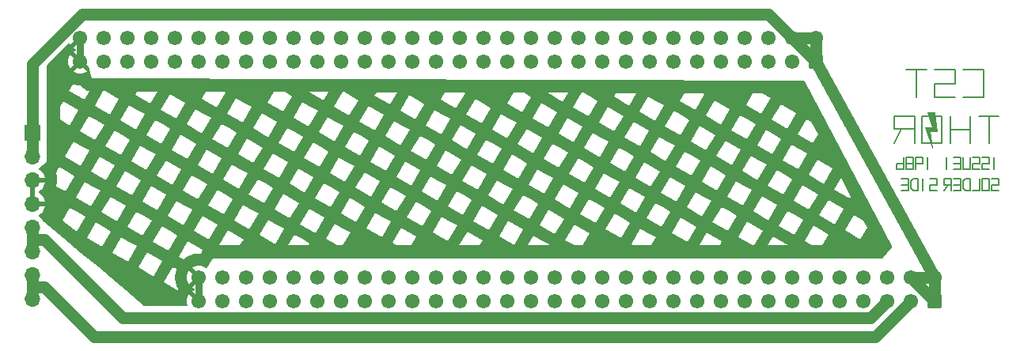
<source format=gbr>
%TF.GenerationSoftware,KiCad,Pcbnew,7.0.11+1*%
%TF.CreationDate,2024-05-02T20:53:06+02:00*%
%TF.ProjectId,Thor_20_backplane,54686f72-5f32-4305-9f62-61636b706c61,0.1*%
%TF.SameCoordinates,Original*%
%TF.FileFunction,Copper,L2,Bot*%
%TF.FilePolarity,Positive*%
%FSLAX46Y46*%
G04 Gerber Fmt 4.6, Leading zero omitted, Abs format (unit mm)*
G04 Created by KiCad (PCBNEW 7.0.11+1) date 2024-05-02 20:53:06*
%MOMM*%
%LPD*%
G01*
G04 APERTURE LIST*
G04 Aperture macros list*
%AMRoundRect*
0 Rectangle with rounded corners*
0 $1 Rounding radius*
0 $2 $3 $4 $5 $6 $7 $8 $9 X,Y pos of 4 corners*
0 Add a 4 corners polygon primitive as box body*
4,1,4,$2,$3,$4,$5,$6,$7,$8,$9,$2,$3,0*
0 Add four circle primitives for the rounded corners*
1,1,$1+$1,$2,$3*
1,1,$1+$1,$4,$5*
1,1,$1+$1,$6,$7*
1,1,$1+$1,$8,$9*
0 Add four rect primitives between the rounded corners*
20,1,$1+$1,$2,$3,$4,$5,0*
20,1,$1+$1,$4,$5,$6,$7,0*
20,1,$1+$1,$6,$7,$8,$9,0*
20,1,$1+$1,$8,$9,$2,$3,0*%
G04 Aperture macros list end*
%TA.AperFunction,NonConductor*%
%ADD10C,0.200000*%
%TD*%
%TA.AperFunction,NonConductor*%
%ADD11C,0.025400*%
%TD*%
%TA.AperFunction,NonConductor*%
%ADD12C,0.127000*%
%TD*%
%TA.AperFunction,ComponentPad*%
%ADD13RoundRect,0.249999X0.525001X-0.525001X0.525001X0.525001X-0.525001X0.525001X-0.525001X-0.525001X0*%
%TD*%
%TA.AperFunction,ComponentPad*%
%ADD14C,1.550000*%
%TD*%
%TA.AperFunction,ComponentPad*%
%ADD15R,1.700000X1.700000*%
%TD*%
%TA.AperFunction,ComponentPad*%
%ADD16O,1.700000X1.700000*%
%TD*%
%TA.AperFunction,Conductor*%
%ADD17C,1.270000*%
%TD*%
%TA.AperFunction,Conductor*%
%ADD18C,0.750000*%
%TD*%
G04 APERTURE END LIST*
D10*
X241014000Y-74041000D02*
X240252000Y-74041000D01*
X239363000Y-61722000D02*
X239363000Y-64643000D01*
X237458000Y-74676000D02*
X237204000Y-74422000D01*
X238982000Y-73406000D02*
X238982000Y-74676000D01*
X235426000Y-72390000D02*
X235426000Y-71120000D01*
X237458000Y-73406000D02*
X237966000Y-73406000D01*
X232378000Y-74676000D02*
X231870000Y-74676000D01*
X231362000Y-74676000D02*
X230600000Y-74676000D01*
X237966000Y-72390000D02*
X237204000Y-72390000D01*
X238982000Y-71120000D02*
X238982000Y-71755000D01*
X235934000Y-73406000D02*
X235934000Y-74676000D01*
X232886000Y-71120000D02*
X232886000Y-71755000D01*
X235172000Y-73406000D02*
X235172000Y-74041000D01*
X232759000Y-69596000D02*
X234918000Y-69596000D01*
X232187500Y-61722000D02*
X232187500Y-64643000D01*
X232886000Y-71755000D02*
X232124000Y-71755000D01*
X232759000Y-66675000D02*
X232759000Y-69596000D01*
X239998000Y-73406000D02*
X239998000Y-74676000D01*
X234918000Y-66675000D02*
X232759000Y-66675000D01*
X231997000Y-66675000D02*
X229838000Y-66675000D01*
X231108000Y-72390000D02*
X231108000Y-71120000D01*
X240252000Y-74676000D02*
X241014000Y-74676000D01*
X235553000Y-74041000D02*
X235172000Y-74676000D01*
X241014000Y-66675000D02*
X238855000Y-66675000D01*
X233267000Y-61722000D02*
X231108000Y-61722000D01*
X238220000Y-72390000D02*
X238982000Y-72390000D01*
X234918000Y-69596000D02*
X234918000Y-66675000D01*
X237204000Y-72390000D02*
X237204000Y-71120000D01*
X237204000Y-61722000D02*
X239363000Y-61722000D01*
X230600000Y-73406000D02*
X231362000Y-73406000D01*
X237966000Y-73406000D02*
X237966000Y-74676000D01*
X237966000Y-74676000D02*
X237458000Y-74676000D01*
X239236000Y-71755000D02*
X239236000Y-72390000D01*
X239236000Y-72390000D02*
X239998000Y-72390000D01*
X236950000Y-71120000D02*
X236950000Y-72390000D01*
X231997000Y-69596000D02*
X231997000Y-66675000D01*
X240252000Y-73406000D02*
X241014000Y-73406000D01*
X238220000Y-71755000D02*
X238220000Y-72390000D01*
D11*
X234410000Y-68260097D02*
X233648000Y-68260097D01*
X233902000Y-70038097D01*
X233140000Y-67879097D01*
X233902000Y-67879097D01*
X233394000Y-66228097D01*
X234156000Y-66228097D01*
X234410000Y-68260097D01*
%TA.AperFunction,NonConductor*%
G36*
X234410000Y-68260097D02*
G01*
X233648000Y-68260097D01*
X233902000Y-70038097D01*
X233140000Y-67879097D01*
X233902000Y-67879097D01*
X233394000Y-66228097D01*
X234156000Y-66228097D01*
X234410000Y-68260097D01*
G37*
%TD.AperFunction*%
D10*
X236950000Y-74041000D02*
X236188000Y-74041000D01*
X239934500Y-66675000D02*
X239934500Y-69596000D01*
X239998000Y-71755000D02*
X239236000Y-71755000D01*
X239236000Y-71120000D02*
X239998000Y-71120000D01*
X240252000Y-74041000D02*
X240252000Y-74676000D01*
X231870000Y-73406000D02*
X232378000Y-73406000D01*
X239236000Y-73406000D02*
X239998000Y-73406000D01*
X231362000Y-74041000D02*
X230600000Y-74041000D01*
X237204000Y-74422000D02*
X237204000Y-73660000D01*
X236950000Y-72390000D02*
X236188000Y-72390000D01*
X232124000Y-71120000D02*
X232886000Y-71120000D01*
X233648000Y-74041000D02*
X233648000Y-74676000D01*
X232378000Y-73406000D02*
X232378000Y-74676000D01*
X230092000Y-72390000D02*
X230092000Y-71755000D01*
X235807000Y-66675000D02*
X235807000Y-69596000D01*
X236315000Y-61722000D02*
X236315000Y-63246000D01*
X241014000Y-73406000D02*
X241014000Y-74041000D01*
X230854000Y-71120000D02*
X230854000Y-72390000D01*
X233648000Y-73406000D02*
X234410000Y-73406000D01*
X239998000Y-71120000D02*
X239998000Y-71755000D01*
X239998000Y-74676000D02*
X239236000Y-74676000D01*
X236950000Y-71755000D02*
X236188000Y-71755000D01*
X236950000Y-74676000D02*
X236188000Y-74676000D01*
X239236000Y-74676000D02*
X239236000Y-73406000D01*
X236950000Y-73406000D02*
X236950000Y-74676000D01*
X239363000Y-64643000D02*
X237204000Y-64643000D01*
X234410000Y-74041000D02*
X233648000Y-74041000D01*
X234156000Y-64643000D02*
X236315000Y-64643000D01*
X229838000Y-66675000D02*
X229838000Y-68072000D01*
X233648000Y-74676000D02*
X234410000Y-74676000D01*
X235934000Y-74041000D02*
X235172000Y-74041000D01*
X231362000Y-73406000D02*
X231362000Y-74676000D01*
X237204000Y-73660000D02*
X237458000Y-73406000D01*
X229838000Y-68072000D02*
X231997000Y-68072000D01*
X238982000Y-71755000D02*
X238220000Y-71755000D01*
X231870000Y-71755000D02*
X231108000Y-71755000D01*
X230854000Y-72390000D02*
X230092000Y-72390000D01*
X237966000Y-66675000D02*
X237966000Y-69596000D01*
X238220000Y-71120000D02*
X238982000Y-71120000D01*
X231870000Y-74676000D02*
X231616000Y-74422000D01*
D12*
X240506000Y-71120000D02*
X240506000Y-72390000D01*
D10*
X232886000Y-74676000D02*
X232886000Y-73406000D01*
X237966000Y-71120000D02*
X237966000Y-72390000D01*
X233394000Y-72390000D02*
X233394000Y-71120000D01*
X231108000Y-71120000D02*
X231870000Y-71120000D01*
X231870000Y-71120000D02*
X231870000Y-72390000D01*
X234410000Y-73406000D02*
X234410000Y-74041000D01*
X231616000Y-73660000D02*
X231870000Y-73406000D01*
X231616000Y-74422000D02*
X231616000Y-73660000D01*
X234156000Y-63246000D02*
X234156000Y-64643000D01*
X238982000Y-74676000D02*
X238220000Y-74676000D01*
X235172000Y-73406000D02*
X235934000Y-73406000D01*
X232124000Y-72390000D02*
X232124000Y-71120000D01*
X236188000Y-73406000D02*
X236950000Y-73406000D01*
X230092000Y-71755000D02*
X230854000Y-71755000D01*
X236188000Y-71120000D02*
X236950000Y-71120000D01*
X234156000Y-61722000D02*
X236315000Y-61722000D01*
X229838000Y-69596000D02*
X230600000Y-68072000D01*
X237966000Y-68135500D02*
X235807000Y-68135500D01*
X231870000Y-72390000D02*
X231108000Y-72390000D01*
X236315000Y-63246000D02*
X234156000Y-63246000D01*
D13*
%TO.P,J4,a1,GND*%
%TO.N,+9V*%
X221456000Y-60833000D03*
D14*
%TO.P,J4,a2,D3*%
%TO.N,unconnected-(J4-D3-Pada2)*%
X218916000Y-60833000D03*
%TO.P,J4,a3,D4*%
%TO.N,unconnected-(J4-D4-Pada3)*%
X216376000Y-60833000D03*
%TO.P,J4,a4,D5*%
%TO.N,/SP0*%
X213836000Y-60833000D03*
%TO.P,J4,a5,D6*%
%TO.N,/SP1*%
X211296000Y-60833000D03*
%TO.P,J4,a6,D7*%
%TO.N,/DSMC*%
X208756000Y-60833000D03*
%TO.P,J4,a7,A19*%
%TO.N,/SP2*%
X206216000Y-60833000D03*
%TO.P,J4,a8,A18*%
%TO.N,/DBG*%
X203676000Y-60833000D03*
%TO.P,J4,a9,A17*%
%TO.N,/A3*%
X201136000Y-60833000D03*
%TO.P,J4,a10,A16*%
%TO.N,/A4*%
X198596000Y-60833000D03*
%TO.P,J4,a11,CLKCPU*%
%TO.N,/A5*%
X196056000Y-60833000D03*
%TO.P,J4,a12,RED*%
%TO.N,/A6*%
X193516000Y-60833000D03*
%TO.P,J4,a13,A14*%
%TO.N,/A7*%
X190976000Y-60833000D03*
%TO.P,J4,a14,A13*%
%TO.N,/A8*%
X188436000Y-60833000D03*
%TO.P,J4,a15,A12*%
%TO.N,/A9*%
X185896000Y-60833000D03*
%TO.P,J4,a16,A11*%
%TO.N,/A10*%
X183356000Y-60833000D03*
%TO.P,J4,a17,A10*%
%TO.N,/A11*%
X180816000Y-60833000D03*
%TO.P,J4,a18,A9*%
%TO.N,/A12*%
X178276000Y-60833000D03*
%TO.P,J4,a19,A8*%
%TO.N,/A13*%
X175736000Y-60833000D03*
%TO.P,J4,a20,A7*%
%TO.N,/A14*%
X173196000Y-60833000D03*
%TO.P,J4,a21,A6*%
%TO.N,/RED*%
X170656000Y-60833000D03*
%TO.P,J4,a22,A5*%
%TO.N,/CLKCPU*%
X168116000Y-60833000D03*
%TO.P,J4,a23,A4*%
%TO.N,/A16*%
X165576000Y-60833000D03*
%TO.P,J4,a24,A3*%
%TO.N,/A17*%
X163036000Y-60833000D03*
%TO.P,J4,a25,~{DBG}*%
%TO.N,/A18*%
X160496000Y-60833000D03*
%TO.P,J4,a26,SP2*%
%TO.N,/A19*%
X157956000Y-60833000D03*
%TO.P,J4,a27,~{DSMC}*%
%TO.N,/D7*%
X155416000Y-60833000D03*
%TO.P,J4,a28,SP1*%
%TO.N,/D6*%
X152876000Y-60833000D03*
%TO.P,J4,a29,SP0*%
%TO.N,/D5*%
X150336000Y-60833000D03*
%TO.P,J4,a30,+12V*%
%TO.N,/D4*%
X147796000Y-60833000D03*
%TO.P,J4,a31,-12V*%
%TO.N,/D3*%
X145256000Y-60833000D03*
%TO.P,J4,a32,Vin*%
%TO.N,GND*%
X142716000Y-60833000D03*
%TO.P,J4,b1,GND*%
%TO.N,+9V*%
X221456000Y-58293000D03*
%TO.P,J4,b2,D2*%
X218916000Y-58293000D03*
%TO.P,J4,b3,D1*%
%TO.N,/EXTINT*%
X216376000Y-58293000D03*
%TO.P,J4,b4,D0*%
%TO.N,/IPL1*%
X213836000Y-58293000D03*
%TO.P,J4,b5,~{AS}*%
%TO.N,/BERR*%
X211296000Y-58293000D03*
%TO.P,J4,b6,~{DS}*%
%TO.N,/IPL0*%
X208756000Y-58293000D03*
%TO.P,J4,b7,~{DRW}*%
%TO.N,/SP3*%
X206216000Y-58293000D03*
%TO.P,J4,b8,~{DTACK}*%
%TO.N,/A2*%
X203676000Y-58293000D03*
%TO.P,J4,b9,~{BG}*%
%TO.N,/A1*%
X201136000Y-58293000D03*
%TO.P,J4,b10,~{BR}*%
%TO.N,/ROMOE*%
X198596000Y-58293000D03*
%TO.P,J4,b11,A15*%
%TO.N,/A0*%
X196056000Y-58293000D03*
%TO.P,J4,b12,~{RESETCPU}*%
%TO.N,/FC0*%
X193516000Y-58293000D03*
%TO.P,J4,b13,~{CSYNC}*%
%TO.N,/FC1*%
X190976000Y-58293000D03*
%TO.P,J4,b14,E*%
%TO.N,/FC2*%
X188436000Y-58293000D03*
%TO.P,J4,b15,VSYNCH*%
%TO.N,/BLUE*%
X185896000Y-58293000D03*
%TO.P,J4,b16,~{VPA}*%
%TO.N,/GREEN*%
X183356000Y-58293000D03*
%TO.P,J4,b17,GREEN*%
%TO.N,/VPA*%
X180816000Y-58293000D03*
%TO.P,J4,b18,BLUE*%
%TO.N,/VSYNC*%
X178276000Y-58293000D03*
%TO.P,J4,b19,FC2*%
%TO.N,/E*%
X175736000Y-58293000D03*
%TO.P,J4,b20,FC1*%
%TO.N,/CSYNC*%
X173196000Y-58293000D03*
%TO.P,J4,b21,FC0*%
%TO.N,/RESET*%
X170656000Y-58293000D03*
%TO.P,J4,b22,A0*%
%TO.N,/A15*%
X168116000Y-58293000D03*
%TO.P,J4,b23,ROMOEH*%
%TO.N,/BR*%
X165576000Y-58293000D03*
%TO.P,J4,b24,A1*%
%TO.N,/BG*%
X163036000Y-58293000D03*
%TO.P,J4,b25,A2*%
%TO.N,/DTACK*%
X160496000Y-58293000D03*
%TO.P,J4,b26,SP3*%
%TO.N,/RW*%
X157956000Y-58293000D03*
%TO.P,J4,b27,~{IPLO}*%
%TO.N,/DS*%
X155416000Y-58293000D03*
%TO.P,J4,b28,~{BERR}*%
%TO.N,/AS*%
X152876000Y-58293000D03*
%TO.P,J4,b29,~{IPL1}*%
%TO.N,/D0*%
X150336000Y-58293000D03*
%TO.P,J4,b30,~{EXTINT}*%
%TO.N,/D1*%
X147796000Y-58293000D03*
%TO.P,J4,b31,Vin*%
%TO.N,/D2*%
X145256000Y-58293000D03*
%TO.P,J4,b32,Vin*%
%TO.N,GND*%
X142716000Y-58293000D03*
%TD*%
D13*
%TO.P,J3,a1,GND*%
%TO.N,+9V*%
X234156000Y-86487000D03*
D14*
%TO.P,J3,a2,D3*%
%TO.N,-12V*%
X231616000Y-86487000D03*
%TO.P,J3,a3,D4*%
%TO.N,+12V*%
X229076000Y-86487000D03*
%TO.P,J3,a4,D5*%
%TO.N,/SP0*%
X226536000Y-86487000D03*
%TO.P,J3,a5,D6*%
%TO.N,/SP1*%
X223996000Y-86487000D03*
%TO.P,J3,a6,D7*%
%TO.N,/DSMC*%
X221456000Y-86487000D03*
%TO.P,J3,a7,A19*%
%TO.N,/SP2*%
X218916000Y-86487000D03*
%TO.P,J3,a8,A18*%
%TO.N,/DBG*%
X216376000Y-86487000D03*
%TO.P,J3,a9,A17*%
%TO.N,/A3*%
X213836000Y-86487000D03*
%TO.P,J3,a10,A16*%
%TO.N,/A4*%
X211296000Y-86487000D03*
%TO.P,J3,a11,CLKCPU*%
%TO.N,/A5*%
X208756000Y-86487000D03*
%TO.P,J3,a12,RED*%
%TO.N,/A6*%
X206216000Y-86487000D03*
%TO.P,J3,a13,A14*%
%TO.N,/A7*%
X203676000Y-86487000D03*
%TO.P,J3,a14,A13*%
%TO.N,/A8*%
X201136000Y-86487000D03*
%TO.P,J3,a15,A12*%
%TO.N,/A9*%
X198596000Y-86487000D03*
%TO.P,J3,a16,A11*%
%TO.N,/A10*%
X196056000Y-86487000D03*
%TO.P,J3,a17,A10*%
%TO.N,/A11*%
X193516000Y-86487000D03*
%TO.P,J3,a18,A9*%
%TO.N,/A12*%
X190976000Y-86487000D03*
%TO.P,J3,a19,A8*%
%TO.N,/A13*%
X188436000Y-86487000D03*
%TO.P,J3,a20,A7*%
%TO.N,/A14*%
X185896000Y-86487000D03*
%TO.P,J3,a21,A6*%
%TO.N,/RED*%
X183356000Y-86487000D03*
%TO.P,J3,a22,A5*%
%TO.N,/CLKCPU*%
X180816000Y-86487000D03*
%TO.P,J3,a23,A4*%
%TO.N,/A16*%
X178276000Y-86487000D03*
%TO.P,J3,a24,A3*%
%TO.N,/A17*%
X175736000Y-86487000D03*
%TO.P,J3,a25,~{DBG}*%
%TO.N,/A18*%
X173196000Y-86487000D03*
%TO.P,J3,a26,SP2*%
%TO.N,/A19*%
X170656000Y-86487000D03*
%TO.P,J3,a27,~{DSMC}*%
%TO.N,/D7*%
X168116000Y-86487000D03*
%TO.P,J3,a28,SP1*%
%TO.N,/D6*%
X165576000Y-86487000D03*
%TO.P,J3,a29,SP0*%
%TO.N,/D5*%
X163036000Y-86487000D03*
%TO.P,J3,a30,+12V*%
%TO.N,/D4*%
X160496000Y-86487000D03*
%TO.P,J3,a31,-12V*%
%TO.N,/D3*%
X157956000Y-86487000D03*
%TO.P,J3,a32,Vin*%
%TO.N,GND*%
X155416000Y-86487000D03*
%TO.P,J3,b1,GND*%
%TO.N,+9V*%
X234156000Y-83947000D03*
%TO.P,J3,b2,D2*%
X231616000Y-83947000D03*
%TO.P,J3,b3,D1*%
%TO.N,/EXTINT*%
X229076000Y-83947000D03*
%TO.P,J3,b4,D0*%
%TO.N,/IPL1*%
X226536000Y-83947000D03*
%TO.P,J3,b5,~{AS}*%
%TO.N,/BERR*%
X223996000Y-83947000D03*
%TO.P,J3,b6,~{DS}*%
%TO.N,/IPL0*%
X221456000Y-83947000D03*
%TO.P,J3,b7,~{DRW}*%
%TO.N,/SP3*%
X218916000Y-83947000D03*
%TO.P,J3,b8,~{DTACK}*%
%TO.N,/A2*%
X216376000Y-83947000D03*
%TO.P,J3,b9,~{BG}*%
%TO.N,/A1*%
X213836000Y-83947000D03*
%TO.P,J3,b10,~{BR}*%
%TO.N,/ROMOE*%
X211296000Y-83947000D03*
%TO.P,J3,b11,A15*%
%TO.N,/A0*%
X208756000Y-83947000D03*
%TO.P,J3,b12,~{RESETCPU}*%
%TO.N,/FC0*%
X206216000Y-83947000D03*
%TO.P,J3,b13,~{CSYNC}*%
%TO.N,/FC1*%
X203676000Y-83947000D03*
%TO.P,J3,b14,E*%
%TO.N,/FC2*%
X201136000Y-83947000D03*
%TO.P,J3,b15,VSYNCH*%
%TO.N,/BLUE*%
X198596000Y-83947000D03*
%TO.P,J3,b16,~{VPA}*%
%TO.N,/GREEN*%
X196056000Y-83947000D03*
%TO.P,J3,b17,GREEN*%
%TO.N,/VPA*%
X193516000Y-83947000D03*
%TO.P,J3,b18,BLUE*%
%TO.N,/VSYNC*%
X190976000Y-83947000D03*
%TO.P,J3,b19,FC2*%
%TO.N,/E*%
X188436000Y-83947000D03*
%TO.P,J3,b20,FC1*%
%TO.N,/CSYNC*%
X185896000Y-83947000D03*
%TO.P,J3,b21,FC0*%
%TO.N,/RESET*%
X183356000Y-83947000D03*
%TO.P,J3,b22,A0*%
%TO.N,/A15*%
X180816000Y-83947000D03*
%TO.P,J3,b23,ROMOEH*%
%TO.N,/BR*%
X178276000Y-83947000D03*
%TO.P,J3,b24,A1*%
%TO.N,/BG*%
X175736000Y-83947000D03*
%TO.P,J3,b25,A2*%
%TO.N,/DTACK*%
X173196000Y-83947000D03*
%TO.P,J3,b26,SP3*%
%TO.N,/RW*%
X170656000Y-83947000D03*
%TO.P,J3,b27,~{IPLO}*%
%TO.N,/DS*%
X168116000Y-83947000D03*
%TO.P,J3,b28,~{BERR}*%
%TO.N,/AS*%
X165576000Y-83947000D03*
%TO.P,J3,b29,~{IPL1}*%
%TO.N,/D0*%
X163036000Y-83947000D03*
%TO.P,J3,b30,~{EXTINT}*%
%TO.N,/D1*%
X160496000Y-83947000D03*
%TO.P,J3,b31,Vin*%
%TO.N,/D2*%
X157956000Y-83947000D03*
%TO.P,J3,b32,Vin*%
%TO.N,GND*%
X155416000Y-83947000D03*
%TD*%
D15*
%TO.P,P8,1,Pin_1*%
%TO.N,+9V*%
X137636000Y-68453000D03*
D16*
%TO.P,P8,2,Pin_2*%
X137636000Y-70993000D03*
%TO.P,P8,3,Pin_3*%
%TO.N,GND*%
X137636000Y-73533000D03*
%TO.P,P8,4,Pin_4*%
X137636000Y-76073000D03*
%TO.P,P8,5,Pin_5*%
%TO.N,+12V*%
X137636000Y-78613000D03*
%TO.P,P8,6,Pin_6*%
X137636000Y-81153000D03*
%TO.P,P8,7,Pin_7*%
%TO.N,-12V*%
X137636000Y-83693000D03*
%TO.P,P8,8,Pin_8*%
X137636000Y-86233000D03*
%TD*%
D17*
%TO.N,+9V*%
X137636000Y-70993000D02*
X137636000Y-61087000D01*
X142970000Y-55753000D02*
X216376000Y-55753000D01*
X137636000Y-61087000D02*
X142970000Y-55753000D01*
X234156000Y-86487000D02*
X234156000Y-83947000D01*
X221456000Y-60833000D02*
X234156000Y-83947000D01*
X218916000Y-58293000D02*
X221456000Y-58293000D01*
X231616000Y-83947000D02*
X234156000Y-83947000D01*
X231616000Y-83947000D02*
X234156000Y-86487000D01*
X221456000Y-60833000D02*
X221456000Y-58293000D01*
X216376000Y-55753000D02*
X218916000Y-58293000D01*
X221456000Y-60833000D02*
X218916000Y-58293000D01*
D18*
%TO.N,GND*%
X142716000Y-58247000D02*
X142716000Y-60787000D01*
X155416000Y-83947000D02*
X155416000Y-86487000D01*
D17*
%TO.N,+12V*%
X137636000Y-79883000D02*
X137636000Y-78613000D01*
X137636000Y-81153000D02*
X137636000Y-79883000D01*
X227298000Y-88265000D02*
X147288000Y-88265000D01*
X147288000Y-88265000D02*
X138906000Y-79883000D01*
X229076000Y-86487000D02*
X227298000Y-88265000D01*
X138906000Y-79883000D02*
X137636000Y-79883000D01*
%TO.N,-12V*%
X137636000Y-84963000D02*
X138906000Y-84963000D01*
X138906000Y-84963000D02*
X144240000Y-90297000D01*
X144240000Y-90297000D02*
X227806000Y-90297000D01*
X227806000Y-90297000D02*
X231616000Y-86487000D01*
X137636000Y-84963000D02*
X137636000Y-86233000D01*
X137636000Y-83693000D02*
X137636000Y-84963000D01*
%TD*%
%TA.AperFunction,Conductor*%
%TO.N,GND*%
G36*
X142256507Y-58502844D02*
G01*
X142334239Y-58623798D01*
X142442900Y-58717952D01*
X142573685Y-58777680D01*
X142583464Y-58779086D01*
X142008476Y-59354074D01*
X142008477Y-59354075D01*
X142076061Y-59401397D01*
X142181614Y-59450618D01*
X142234053Y-59496790D01*
X142253205Y-59563984D01*
X142232989Y-59630865D01*
X142181614Y-59675382D01*
X142076065Y-59724600D01*
X142008477Y-59771924D01*
X142583466Y-60346913D01*
X142573685Y-60348320D01*
X142442900Y-60408048D01*
X142334239Y-60502202D01*
X142256507Y-60623156D01*
X142232923Y-60703476D01*
X141654924Y-60125477D01*
X141607598Y-60193066D01*
X141513318Y-60395252D01*
X141513314Y-60395263D01*
X141455574Y-60610751D01*
X141455573Y-60610758D01*
X141436130Y-60832998D01*
X141436130Y-60833001D01*
X141455573Y-61055241D01*
X141455574Y-61055248D01*
X141513314Y-61270736D01*
X141513318Y-61270747D01*
X141607600Y-61472935D01*
X141607601Y-61472937D01*
X141654923Y-61540521D01*
X141654924Y-61540522D01*
X142232923Y-60962523D01*
X142256507Y-61042844D01*
X142334239Y-61163798D01*
X142442900Y-61257952D01*
X142573685Y-61317680D01*
X142583466Y-61319086D01*
X142008476Y-61894074D01*
X142008477Y-61894075D01*
X142076062Y-61941398D01*
X142076064Y-61941399D01*
X142278252Y-62035681D01*
X142278263Y-62035685D01*
X142493751Y-62093425D01*
X142493758Y-62093426D01*
X142715998Y-62112870D01*
X142716002Y-62112870D01*
X142938241Y-62093426D01*
X142938248Y-62093425D01*
X143153736Y-62035685D01*
X143153747Y-62035681D01*
X143355931Y-61941401D01*
X143355933Y-61941400D01*
X143423522Y-61894074D01*
X142848533Y-61319086D01*
X142858315Y-61317680D01*
X142989100Y-61257952D01*
X143097761Y-61163798D01*
X143175493Y-61042844D01*
X143199076Y-60962523D01*
X143616763Y-61380210D01*
X143712753Y-61700177D01*
X143712753Y-61700178D01*
X143712752Y-61700180D01*
X143985999Y-62610999D01*
X143986000Y-62611000D01*
X220111570Y-62864751D01*
X220178541Y-62884659D01*
X220220782Y-62930804D01*
X229545994Y-80573098D01*
X229559919Y-80641566D01*
X229534617Y-80706693D01*
X229533194Y-80708506D01*
X228605230Y-81868462D01*
X228547980Y-81908514D01*
X228508402Y-81915000D01*
X156940000Y-81915000D01*
X156356698Y-82887166D01*
X156305327Y-82934524D01*
X156236507Y-82946591D01*
X156179246Y-82924943D01*
X156055939Y-82838602D01*
X156055931Y-82838598D01*
X155853747Y-82744318D01*
X155853736Y-82744314D01*
X155638248Y-82686574D01*
X155638241Y-82686573D01*
X155416002Y-82667130D01*
X155415998Y-82667130D01*
X155193758Y-82686573D01*
X155193751Y-82686574D01*
X154978263Y-82744314D01*
X154978252Y-82744318D01*
X154776066Y-82838598D01*
X154708477Y-82885924D01*
X155283466Y-83460913D01*
X155273685Y-83462320D01*
X155142900Y-83522048D01*
X155034239Y-83616202D01*
X154956507Y-83737156D01*
X154932923Y-83817476D01*
X154354924Y-83239477D01*
X154307598Y-83307066D01*
X154213318Y-83509252D01*
X154213314Y-83509263D01*
X154155574Y-83724751D01*
X154155573Y-83724758D01*
X154136130Y-83946998D01*
X154136130Y-83947001D01*
X154155573Y-84169241D01*
X154155574Y-84169248D01*
X154213314Y-84384736D01*
X154213318Y-84384747D01*
X154307600Y-84586935D01*
X154307601Y-84586937D01*
X154354923Y-84654521D01*
X154354924Y-84654522D01*
X154932923Y-84076523D01*
X154956507Y-84156844D01*
X155034239Y-84277798D01*
X155142900Y-84371952D01*
X155273685Y-84431680D01*
X155283464Y-84433086D01*
X154708476Y-85008074D01*
X154708477Y-85008075D01*
X154776061Y-85055397D01*
X154881614Y-85104618D01*
X154934053Y-85150790D01*
X154953205Y-85217984D01*
X154932989Y-85284865D01*
X154881614Y-85329382D01*
X154776065Y-85378600D01*
X154708477Y-85425924D01*
X155283466Y-86000913D01*
X155273685Y-86002320D01*
X155142900Y-86062048D01*
X155034239Y-86156202D01*
X154956507Y-86277156D01*
X154932923Y-86357476D01*
X154354924Y-85779477D01*
X154307598Y-85847066D01*
X154213318Y-86049252D01*
X154213314Y-86049263D01*
X154155574Y-86264751D01*
X154155573Y-86264758D01*
X154136130Y-86486998D01*
X154136130Y-86487001D01*
X154155573Y-86709241D01*
X154155575Y-86709252D01*
X154190316Y-86838907D01*
X154188653Y-86908757D01*
X154149490Y-86966619D01*
X154085262Y-86994123D01*
X154070541Y-86995000D01*
X149619169Y-86995000D01*
X149552130Y-86975315D01*
X149539413Y-86965947D01*
X148937859Y-86460642D01*
X147594182Y-85331953D01*
X146577267Y-84477744D01*
X151669183Y-84477744D01*
X153148717Y-85331953D01*
X153170093Y-85286114D01*
X153172486Y-85281261D01*
X153193036Y-85241785D01*
X153195637Y-85237044D01*
X153207208Y-85217000D01*
X153195617Y-85196921D01*
X153193018Y-85192182D01*
X153172480Y-85152727D01*
X153170088Y-85147876D01*
X153052429Y-84895553D01*
X153050252Y-84890606D01*
X153033227Y-84849508D01*
X153031266Y-84844466D01*
X153012336Y-84792463D01*
X153010596Y-84787338D01*
X152997202Y-84744861D01*
X152995687Y-84739665D01*
X152923617Y-84470699D01*
X152922331Y-84465443D01*
X152912695Y-84421977D01*
X152911639Y-84416667D01*
X152902031Y-84362167D01*
X152901209Y-84356824D01*
X152895400Y-84312700D01*
X152894811Y-84307322D01*
X152870544Y-84029949D01*
X152870190Y-84024552D01*
X152868248Y-83980081D01*
X152868130Y-83974671D01*
X152868130Y-83919329D01*
X152868248Y-83913919D01*
X152870190Y-83869448D01*
X152870544Y-83864051D01*
X152894811Y-83586678D01*
X152895400Y-83581300D01*
X152901209Y-83537176D01*
X152902031Y-83531833D01*
X152911639Y-83477333D01*
X152912695Y-83472023D01*
X152922331Y-83428557D01*
X152923617Y-83423301D01*
X152995687Y-83154335D01*
X152997202Y-83149139D01*
X153010596Y-83106662D01*
X153012336Y-83101537D01*
X153027477Y-83059941D01*
X152622684Y-82826233D01*
X151669183Y-84477744D01*
X146577267Y-84477744D01*
X144687386Y-82890244D01*
X148919552Y-82890244D01*
X150571063Y-83843745D01*
X151524564Y-82192234D01*
X150720683Y-81728113D01*
X153256683Y-81728113D01*
X153747380Y-82011417D01*
X153748595Y-82010092D01*
X154071454Y-81784032D01*
X154075954Y-81781026D01*
X154113497Y-81757110D01*
X154118121Y-81754304D01*
X154166044Y-81726637D01*
X154170785Y-81724036D01*
X154210261Y-81703486D01*
X154215114Y-81701093D01*
X154467447Y-81583429D01*
X154472394Y-81581252D01*
X154513492Y-81564227D01*
X154518534Y-81562266D01*
X154570537Y-81543336D01*
X154575662Y-81541596D01*
X154618139Y-81528202D01*
X154623335Y-81526687D01*
X154892301Y-81454617D01*
X154897557Y-81453331D01*
X154941023Y-81443695D01*
X154946333Y-81442639D01*
X155000833Y-81433031D01*
X155006176Y-81432209D01*
X155050300Y-81426400D01*
X155055678Y-81425811D01*
X155333051Y-81401544D01*
X155338448Y-81401190D01*
X155382919Y-81399248D01*
X155388329Y-81399130D01*
X155443671Y-81399130D01*
X155449081Y-81399248D01*
X155493552Y-81401190D01*
X155498949Y-81401544D01*
X155616247Y-81411805D01*
X155849494Y-81023059D01*
X154979902Y-80521000D01*
X157619786Y-80521000D01*
X159821801Y-80521000D01*
X164952134Y-80521000D01*
X167154149Y-80521000D01*
X167285587Y-80293342D01*
X166481706Y-79829221D01*
X169017706Y-79829221D01*
X170215901Y-80521000D01*
X170820322Y-80521000D01*
X170974133Y-80254591D01*
X176104467Y-80254591D01*
X176565900Y-80521000D01*
X178152672Y-80521000D01*
X183283005Y-80521000D01*
X185485020Y-80521000D01*
X190615354Y-80521000D01*
X192817368Y-80521000D01*
X192883000Y-80407320D01*
X192079120Y-79943199D01*
X194615120Y-79943199D01*
X195615900Y-80521000D01*
X196483543Y-80521000D01*
X196571550Y-80368568D01*
X201701882Y-80368568D01*
X201965901Y-80521000D01*
X203815890Y-80521000D01*
X208946224Y-80521000D01*
X211148240Y-80521000D01*
X211393655Y-80095928D01*
X210589774Y-79631807D01*
X213125774Y-79631807D01*
X214665900Y-80521000D01*
X214814413Y-80521000D01*
X216278573Y-80521000D01*
X218479901Y-80521000D01*
X217676535Y-80057176D01*
X220212535Y-80057176D01*
X221015901Y-80521000D01*
X222146762Y-80521000D01*
X222817547Y-79359166D01*
X222013668Y-78895046D01*
X224549666Y-78895046D01*
X226201176Y-79848546D01*
X226924265Y-78596119D01*
X226519476Y-77830302D01*
X225503167Y-77243535D01*
X224549666Y-78895046D01*
X222013668Y-78895046D01*
X221166036Y-78405665D01*
X220212535Y-80057176D01*
X217676535Y-80057176D01*
X216828905Y-79567796D01*
X216278573Y-80521000D01*
X214814413Y-80521000D01*
X215730785Y-78933797D01*
X214926905Y-78469676D01*
X217462904Y-78469676D01*
X219114415Y-79423177D01*
X220067916Y-77771666D01*
X219264037Y-77307546D01*
X221800035Y-77307546D01*
X223451546Y-78261047D01*
X224405047Y-76609536D01*
X222753536Y-75656035D01*
X221800035Y-77307546D01*
X219264037Y-77307546D01*
X218416405Y-76818165D01*
X217462904Y-78469676D01*
X214926905Y-78469676D01*
X214079275Y-77980296D01*
X213125774Y-79631807D01*
X210589774Y-79631807D01*
X209742144Y-79142427D01*
X208946224Y-80521000D01*
X203815890Y-80521000D01*
X204306893Y-79670558D01*
X203503013Y-79206437D01*
X206039012Y-79206437D01*
X207690523Y-80159938D01*
X208644024Y-78508428D01*
X207840143Y-78044307D01*
X210376143Y-78044307D01*
X212027654Y-78997808D01*
X212981155Y-77346297D01*
X212177274Y-76882176D01*
X214713274Y-76882176D01*
X216364784Y-77835677D01*
X217318285Y-76184166D01*
X216514407Y-75720046D01*
X219050404Y-75720046D01*
X220701915Y-76673547D01*
X221655416Y-75022036D01*
X220851535Y-74557915D01*
X223387535Y-74557915D01*
X225039046Y-75511415D01*
X225172030Y-75281080D01*
X224119585Y-73289966D01*
X223387535Y-74557915D01*
X220851535Y-74557915D01*
X220003905Y-74068535D01*
X219050404Y-75720046D01*
X216514407Y-75720046D01*
X215666775Y-75230665D01*
X214713274Y-76882176D01*
X212177274Y-76882176D01*
X211329644Y-76392796D01*
X210376143Y-78044307D01*
X207840143Y-78044307D01*
X206992513Y-77554927D01*
X206039012Y-79206437D01*
X203503013Y-79206437D01*
X202655383Y-78717057D01*
X201701882Y-80368568D01*
X196571550Y-80368568D01*
X197220132Y-79245189D01*
X196416251Y-78781068D01*
X198952251Y-78781068D01*
X200603762Y-79734569D01*
X201557263Y-78083058D01*
X200753382Y-77618937D01*
X203289382Y-77618937D01*
X204940892Y-78572438D01*
X205894393Y-76920928D01*
X205090513Y-76456807D01*
X207626512Y-76456807D01*
X209278023Y-77410308D01*
X210231524Y-75758797D01*
X209427643Y-75294676D01*
X211963643Y-75294676D01*
X213615154Y-76248177D01*
X214568655Y-74596666D01*
X213764776Y-74132546D01*
X216300774Y-74132546D01*
X217952284Y-75086047D01*
X218905785Y-73434536D01*
X218101905Y-72970415D01*
X220637904Y-72970415D01*
X222289415Y-73923916D01*
X223242916Y-72272405D01*
X221591405Y-71318904D01*
X220637904Y-72970415D01*
X218101905Y-72970415D01*
X217254275Y-72481035D01*
X216300774Y-74132546D01*
X213764776Y-74132546D01*
X212917144Y-73643165D01*
X211963643Y-75294676D01*
X209427643Y-75294676D01*
X208580013Y-74805296D01*
X207626512Y-76456807D01*
X205090513Y-76456807D01*
X204242883Y-75967427D01*
X203289382Y-77618937D01*
X200753382Y-77618937D01*
X199905752Y-77129557D01*
X198952251Y-78781068D01*
X196416251Y-78781068D01*
X195568621Y-78291688D01*
X194615120Y-79943199D01*
X192079120Y-79943199D01*
X191231491Y-79453819D01*
X190615354Y-80521000D01*
X185485020Y-80521000D01*
X185796240Y-79981950D01*
X184992359Y-79517829D01*
X187528359Y-79517829D01*
X189179870Y-80471330D01*
X190133371Y-78819820D01*
X189329490Y-78355699D01*
X191865490Y-78355699D01*
X193517000Y-79309200D01*
X194470501Y-77657689D01*
X193666621Y-77193568D01*
X196202620Y-77193568D01*
X197854131Y-78147069D01*
X198807632Y-76495558D01*
X198003751Y-76031437D01*
X200539751Y-76031437D01*
X202191262Y-76984938D01*
X203144763Y-75333428D01*
X202340882Y-74869307D01*
X204876882Y-74869307D01*
X206528392Y-75822808D01*
X207481893Y-74171297D01*
X206678013Y-73707176D01*
X209214012Y-73707176D01*
X210865523Y-74660677D01*
X211819024Y-73009166D01*
X211015145Y-72545046D01*
X213551143Y-72545046D01*
X215202654Y-73498547D01*
X216156155Y-71847036D01*
X215352274Y-71382915D01*
X217888274Y-71382915D01*
X219539784Y-72336416D01*
X220493285Y-70684905D01*
X218841775Y-69731404D01*
X217888274Y-71382915D01*
X215352274Y-71382915D01*
X214504644Y-70893535D01*
X213551143Y-72545046D01*
X211015145Y-72545046D01*
X210167513Y-72055665D01*
X209214012Y-73707176D01*
X206678013Y-73707176D01*
X205830383Y-73217796D01*
X204876882Y-74869307D01*
X202340882Y-74869307D01*
X201493252Y-74379927D01*
X200539751Y-76031437D01*
X198003751Y-76031437D01*
X197156121Y-75542057D01*
X196202620Y-77193568D01*
X193666621Y-77193568D01*
X192818991Y-76704188D01*
X191865490Y-78355699D01*
X189329490Y-78355699D01*
X188481860Y-77866319D01*
X187528359Y-79517829D01*
X184992359Y-79517829D01*
X184144729Y-79028449D01*
X183283005Y-80521000D01*
X178152672Y-80521000D01*
X178709479Y-79556581D01*
X177905598Y-79092460D01*
X180441598Y-79092460D01*
X182093108Y-80045961D01*
X183046609Y-78394450D01*
X182242729Y-77930329D01*
X184778728Y-77930329D01*
X186430239Y-78883830D01*
X187383740Y-77232320D01*
X186579859Y-76768199D01*
X189115859Y-76768199D01*
X190767370Y-77721700D01*
X191720871Y-76070189D01*
X190916990Y-75606068D01*
X193452990Y-75606068D01*
X195104500Y-76559569D01*
X196058001Y-74908058D01*
X195254121Y-74443937D01*
X197790120Y-74443937D01*
X199441631Y-75397438D01*
X200395132Y-73745928D01*
X199591251Y-73281807D01*
X202127251Y-73281807D01*
X203778762Y-74235308D01*
X204732263Y-72583797D01*
X203928382Y-72119676D01*
X206464382Y-72119676D01*
X208115892Y-73073177D01*
X209069393Y-71421666D01*
X208265515Y-70957546D01*
X210801512Y-70957546D01*
X212453023Y-71911047D01*
X213406524Y-70259536D01*
X212602643Y-69795415D01*
X215138643Y-69795415D01*
X216790154Y-70748916D01*
X217743655Y-69097405D01*
X216939774Y-68633284D01*
X219475774Y-68633284D01*
X221127284Y-69586784D01*
X221667559Y-68650999D01*
X220941601Y-67277565D01*
X220429275Y-66981773D01*
X219475774Y-68633284D01*
X216939774Y-68633284D01*
X216092144Y-68143904D01*
X215138643Y-69795415D01*
X212602643Y-69795415D01*
X211755013Y-69306035D01*
X210801512Y-70957546D01*
X208265515Y-70957546D01*
X207417883Y-70468165D01*
X206464382Y-72119676D01*
X203928382Y-72119676D01*
X203080752Y-71630296D01*
X202127251Y-73281807D01*
X199591251Y-73281807D01*
X198743621Y-72792427D01*
X197790120Y-74443937D01*
X195254121Y-74443937D01*
X194406491Y-73954557D01*
X193452990Y-75606068D01*
X190916990Y-75606068D01*
X190069360Y-75116688D01*
X189115859Y-76768199D01*
X186579859Y-76768199D01*
X185732229Y-76278819D01*
X184778728Y-77930329D01*
X182242729Y-77930329D01*
X181395099Y-77440949D01*
X180441598Y-79092460D01*
X177905598Y-79092460D01*
X177057968Y-78603080D01*
X176104467Y-80254591D01*
X170974133Y-80254591D01*
X171622716Y-79131212D01*
X170818836Y-78667091D01*
X173354836Y-78667091D01*
X175006347Y-79620592D01*
X175959848Y-77969081D01*
X175155967Y-77504960D01*
X177691967Y-77504960D01*
X179343478Y-78458461D01*
X180296979Y-76806950D01*
X179493098Y-76342829D01*
X182029098Y-76342829D01*
X183680608Y-77296330D01*
X184634109Y-75644820D01*
X183830229Y-75180699D01*
X186366228Y-75180699D01*
X188017739Y-76134200D01*
X188971240Y-74482689D01*
X188167359Y-74018568D01*
X190703359Y-74018568D01*
X192354870Y-74972069D01*
X193308371Y-73320558D01*
X192504490Y-72856437D01*
X195040490Y-72856437D01*
X196692000Y-73809938D01*
X197645501Y-72158428D01*
X196841621Y-71694307D01*
X199377620Y-71694307D01*
X201029131Y-72647808D01*
X201982632Y-70996297D01*
X201178751Y-70532176D01*
X203714751Y-70532176D01*
X205366262Y-71485677D01*
X206319763Y-69834166D01*
X205515884Y-69370046D01*
X208051882Y-69370046D01*
X209703392Y-70323547D01*
X210656893Y-68672036D01*
X209853013Y-68207915D01*
X212389012Y-68207915D01*
X214040523Y-69161416D01*
X214994024Y-67509905D01*
X214190143Y-67045784D01*
X216726143Y-67045784D01*
X218377654Y-67999285D01*
X219331155Y-66347774D01*
X217679644Y-65394273D01*
X216726143Y-67045784D01*
X214190143Y-67045784D01*
X213342513Y-66556404D01*
X212389012Y-68207915D01*
X209853013Y-68207915D01*
X209005383Y-67718535D01*
X208051882Y-69370046D01*
X205515884Y-69370046D01*
X204668252Y-68880665D01*
X203714751Y-70532176D01*
X201178751Y-70532176D01*
X200331121Y-70042796D01*
X199377620Y-71694307D01*
X196841621Y-71694307D01*
X195993991Y-71204927D01*
X195040490Y-72856437D01*
X192504490Y-72856437D01*
X191656860Y-72367057D01*
X190703359Y-74018568D01*
X188167359Y-74018568D01*
X187319729Y-73529188D01*
X186366228Y-75180699D01*
X183830229Y-75180699D01*
X182982599Y-74691319D01*
X182029098Y-76342829D01*
X179493098Y-76342829D01*
X178645468Y-75853449D01*
X177691967Y-77504960D01*
X175155967Y-77504960D01*
X174308337Y-77015580D01*
X173354836Y-78667091D01*
X170818836Y-78667091D01*
X169971207Y-78177711D01*
X169017706Y-79829221D01*
X166481706Y-79829221D01*
X165634076Y-79339841D01*
X164952134Y-80521000D01*
X159821801Y-80521000D01*
X160198826Y-79867973D01*
X159394945Y-79403852D01*
X161930944Y-79403852D01*
X163582455Y-80357353D01*
X164535956Y-78705842D01*
X163732075Y-78241721D01*
X166268075Y-78241721D01*
X167919586Y-79195222D01*
X168873087Y-77543712D01*
X168069206Y-77079591D01*
X170605206Y-77079591D01*
X172256716Y-78033092D01*
X173210217Y-76381581D01*
X172406337Y-75917460D01*
X174942336Y-75917460D01*
X176593847Y-76870961D01*
X177547348Y-75219450D01*
X176743467Y-74755329D01*
X179279467Y-74755329D01*
X180930978Y-75708830D01*
X181884479Y-74057320D01*
X181080598Y-73593199D01*
X183616598Y-73593199D01*
X185268108Y-74546700D01*
X186221609Y-72895189D01*
X185417729Y-72431068D01*
X187953728Y-72431068D01*
X189605239Y-73384569D01*
X190558740Y-71733058D01*
X189754859Y-71268937D01*
X192290859Y-71268937D01*
X193942370Y-72222438D01*
X194895871Y-70570928D01*
X194091990Y-70106807D01*
X196627990Y-70106807D01*
X198279500Y-71060308D01*
X199233001Y-69408797D01*
X198429121Y-68944676D01*
X200965120Y-68944676D01*
X202616631Y-69898177D01*
X203570132Y-68246666D01*
X202766253Y-67782546D01*
X205302251Y-67782546D01*
X206953762Y-68736047D01*
X207907263Y-67084536D01*
X207103382Y-66620415D01*
X209639382Y-66620415D01*
X211290892Y-67573916D01*
X212244393Y-65922405D01*
X211440513Y-65458284D01*
X213976512Y-65458284D01*
X215628023Y-66411785D01*
X216581524Y-64760274D01*
X215687330Y-64244010D01*
X214679512Y-64240651D01*
X213976512Y-65458284D01*
X211440513Y-65458284D01*
X210592883Y-64968904D01*
X209639382Y-66620415D01*
X207103382Y-66620415D01*
X206255752Y-66131035D01*
X205302251Y-67782546D01*
X202766253Y-67782546D01*
X201918621Y-67293165D01*
X200965120Y-68944676D01*
X198429121Y-68944676D01*
X197581491Y-68455296D01*
X196627990Y-70106807D01*
X194091990Y-70106807D01*
X193244360Y-69617427D01*
X192290859Y-71268937D01*
X189754859Y-71268937D01*
X188907229Y-70779557D01*
X187953728Y-72431068D01*
X185417729Y-72431068D01*
X184570099Y-71941688D01*
X183616598Y-73593199D01*
X181080598Y-73593199D01*
X180232968Y-73103819D01*
X179279467Y-74755329D01*
X176743467Y-74755329D01*
X175895837Y-74265949D01*
X174942336Y-75917460D01*
X172406337Y-75917460D01*
X171558707Y-75428080D01*
X170605206Y-77079591D01*
X168069206Y-77079591D01*
X167221576Y-76590211D01*
X166268075Y-78241721D01*
X163732075Y-78241721D01*
X162884445Y-77752341D01*
X161930944Y-79403852D01*
X159394945Y-79403852D01*
X158547315Y-78914472D01*
X157619786Y-80521000D01*
X154979902Y-80521000D01*
X154210184Y-80076603D01*
X153256683Y-81728113D01*
X150720683Y-81728113D01*
X149873053Y-81238733D01*
X148919552Y-82890244D01*
X144687386Y-82890244D01*
X142797506Y-81302744D01*
X146169922Y-81302744D01*
X147821433Y-82256245D01*
X148774934Y-80604734D01*
X147971053Y-80140613D01*
X150507052Y-80140613D01*
X152158563Y-81094114D01*
X153112064Y-79442604D01*
X152308183Y-78978483D01*
X154844183Y-78978483D01*
X156495694Y-79931984D01*
X157449195Y-78280473D01*
X156645314Y-77816352D01*
X159181314Y-77816352D01*
X160832825Y-78769853D01*
X161786326Y-77118342D01*
X160982445Y-76654221D01*
X163518444Y-76654221D01*
X165169955Y-77607722D01*
X166123456Y-75956212D01*
X165319575Y-75492091D01*
X167855575Y-75492091D01*
X169507086Y-76445592D01*
X170460587Y-74794081D01*
X169656706Y-74329960D01*
X172192706Y-74329960D01*
X173844216Y-75283461D01*
X174797717Y-73631950D01*
X173993837Y-73167829D01*
X176529836Y-73167829D01*
X178181347Y-74121330D01*
X179134848Y-72469820D01*
X178330967Y-72005699D01*
X180866967Y-72005699D01*
X182518478Y-72959200D01*
X183471979Y-71307689D01*
X182668098Y-70843568D01*
X185204098Y-70843568D01*
X186855608Y-71797069D01*
X187809109Y-70145558D01*
X187005229Y-69681437D01*
X189541228Y-69681437D01*
X191192739Y-70634938D01*
X192146240Y-68983428D01*
X191342359Y-68519307D01*
X193878359Y-68519307D01*
X195529870Y-69472808D01*
X196483371Y-67821297D01*
X195679490Y-67357176D01*
X198215490Y-67357176D01*
X199867000Y-68310677D01*
X200820501Y-66659166D01*
X200016623Y-66195046D01*
X202552620Y-66195046D01*
X204204131Y-67148547D01*
X205157632Y-65497036D01*
X204353751Y-65032915D01*
X206889751Y-65032915D01*
X208541262Y-65986416D01*
X209494763Y-64334904D01*
X209300455Y-64222720D01*
X207361248Y-64216257D01*
X206889751Y-65032915D01*
X204353751Y-65032915D01*
X203506121Y-64543535D01*
X202552620Y-66195046D01*
X200016623Y-66195046D01*
X199168991Y-65705665D01*
X198215490Y-67357176D01*
X195679490Y-67357176D01*
X194831860Y-66867796D01*
X193878359Y-68519307D01*
X191342359Y-68519307D01*
X190494729Y-68029927D01*
X189541228Y-69681437D01*
X187005229Y-69681437D01*
X186157599Y-69192057D01*
X185204098Y-70843568D01*
X182668098Y-70843568D01*
X181820468Y-70354188D01*
X180866967Y-72005699D01*
X178330967Y-72005699D01*
X177483337Y-71516319D01*
X176529836Y-73167829D01*
X173993837Y-73167829D01*
X173146207Y-72678449D01*
X172192706Y-74329960D01*
X169656706Y-74329960D01*
X168809076Y-73840580D01*
X167855575Y-75492091D01*
X165319575Y-75492091D01*
X164471945Y-75002711D01*
X163518444Y-76654221D01*
X160982445Y-76654221D01*
X160134815Y-76164841D01*
X159181314Y-77816352D01*
X156645314Y-77816352D01*
X155797684Y-77326972D01*
X154844183Y-78978483D01*
X152308183Y-78978483D01*
X151460553Y-78489103D01*
X150507052Y-80140613D01*
X147971053Y-80140613D01*
X147123423Y-79651233D01*
X146169922Y-81302744D01*
X142797506Y-81302744D01*
X140907625Y-79715244D01*
X143420291Y-79715244D01*
X145071802Y-80668745D01*
X146025303Y-79017234D01*
X145221422Y-78553113D01*
X147757422Y-78553113D01*
X149408933Y-79506614D01*
X150362434Y-77855104D01*
X149558553Y-77390983D01*
X152094552Y-77390983D01*
X153746063Y-78344484D01*
X154699564Y-76692973D01*
X153895683Y-76228852D01*
X156431683Y-76228852D01*
X158083194Y-77182353D01*
X159036695Y-75530842D01*
X158232814Y-75066721D01*
X160768814Y-75066721D01*
X162420325Y-76020222D01*
X163373826Y-74368712D01*
X162569945Y-73904591D01*
X165105944Y-73904591D01*
X166757455Y-74858092D01*
X167710956Y-73206581D01*
X166907075Y-72742460D01*
X169443075Y-72742460D01*
X171094586Y-73695961D01*
X172048087Y-72044450D01*
X171244206Y-71580329D01*
X173780206Y-71580329D01*
X175431716Y-72533830D01*
X176385217Y-70882320D01*
X175581337Y-70418199D01*
X178117336Y-70418199D01*
X179768847Y-71371700D01*
X180722348Y-69720189D01*
X179918467Y-69256068D01*
X182454467Y-69256068D01*
X184105978Y-70209569D01*
X185059479Y-68558058D01*
X184255598Y-68093937D01*
X186791598Y-68093937D01*
X188443108Y-69047438D01*
X189396609Y-67395928D01*
X188592729Y-66931807D01*
X191128728Y-66931807D01*
X192780239Y-67885308D01*
X193733740Y-66233797D01*
X192929859Y-65769676D01*
X195465859Y-65769676D01*
X197117370Y-66723177D01*
X198070871Y-65071666D01*
X197266992Y-64607546D01*
X199802990Y-64607546D01*
X201454500Y-65561046D01*
X202240768Y-64199188D01*
X200042984Y-64191862D01*
X199802990Y-64607546D01*
X197266992Y-64607546D01*
X196526706Y-64180141D01*
X196383852Y-64179665D01*
X195465859Y-65769676D01*
X192929859Y-65769676D01*
X192082229Y-65280296D01*
X191128728Y-66931807D01*
X188592729Y-66931807D01*
X187745099Y-66442427D01*
X186791598Y-68093937D01*
X184255598Y-68093937D01*
X183407968Y-67604557D01*
X182454467Y-69256068D01*
X179918467Y-69256068D01*
X179070837Y-68766688D01*
X178117336Y-70418199D01*
X175581337Y-70418199D01*
X174733707Y-69928819D01*
X173780206Y-71580329D01*
X171244206Y-71580329D01*
X170396576Y-71090949D01*
X169443075Y-72742460D01*
X166907075Y-72742460D01*
X166059445Y-72253080D01*
X165105944Y-73904591D01*
X162569945Y-73904591D01*
X161722315Y-73415211D01*
X160768814Y-75066721D01*
X158232814Y-75066721D01*
X157385184Y-74577341D01*
X156431683Y-76228852D01*
X153895683Y-76228852D01*
X153048053Y-75739472D01*
X152094552Y-77390983D01*
X149558553Y-77390983D01*
X148710923Y-76901603D01*
X147757422Y-78553113D01*
X145221422Y-78553113D01*
X144373792Y-78063733D01*
X143420291Y-79715244D01*
X140907625Y-79715244D01*
X138862763Y-77997560D01*
X138838581Y-77967905D01*
X138837665Y-77968504D01*
X138834862Y-77964214D01*
X138834860Y-77964209D01*
X138751597Y-77836765D01*
X140838656Y-77836765D01*
X142315796Y-79077563D01*
X142322172Y-79081244D01*
X143275672Y-77429734D01*
X142471791Y-76965613D01*
X145007791Y-76965613D01*
X146659302Y-77919114D01*
X147612803Y-76267604D01*
X146808922Y-75803483D01*
X149344922Y-75803483D01*
X150996433Y-76756984D01*
X151949934Y-75105473D01*
X151146053Y-74641352D01*
X153682052Y-74641352D01*
X155333563Y-75594853D01*
X156287064Y-73943342D01*
X155483183Y-73479221D01*
X158019183Y-73479221D01*
X159670694Y-74432722D01*
X160624195Y-72781212D01*
X159820314Y-72317091D01*
X162356314Y-72317091D01*
X164007825Y-73270592D01*
X164961326Y-71619081D01*
X164157445Y-71154960D01*
X166693444Y-71154960D01*
X168344955Y-72108461D01*
X169298456Y-70456950D01*
X168494575Y-69992829D01*
X171030575Y-69992829D01*
X172682086Y-70946330D01*
X173635587Y-69294820D01*
X172831706Y-68830699D01*
X175367706Y-68830699D01*
X177019216Y-69784200D01*
X177972717Y-68132689D01*
X177168837Y-67668568D01*
X179704836Y-67668568D01*
X181356347Y-68622069D01*
X182309848Y-66970558D01*
X181505967Y-66506437D01*
X184041967Y-66506437D01*
X185693478Y-67459938D01*
X186646979Y-65808428D01*
X185843098Y-65344307D01*
X188379098Y-65344307D01*
X190030608Y-66297808D01*
X190984109Y-64646297D01*
X190180229Y-64182176D01*
X192716227Y-64182176D01*
X194367739Y-65135676D01*
X194922504Y-64174794D01*
X192724719Y-64167468D01*
X192716227Y-64182176D01*
X190180229Y-64182176D01*
X190139831Y-64158852D01*
X189065587Y-64155271D01*
X188379098Y-65344307D01*
X185843098Y-65344307D01*
X184995468Y-64854927D01*
X184041967Y-66506437D01*
X181505967Y-66506437D01*
X180658337Y-66017057D01*
X179704836Y-67668568D01*
X177168837Y-67668568D01*
X176321207Y-67179188D01*
X175367706Y-68830699D01*
X172831706Y-68830699D01*
X171984076Y-68341319D01*
X171030575Y-69992829D01*
X168494575Y-69992829D01*
X167646945Y-69503449D01*
X166693444Y-71154960D01*
X164157445Y-71154960D01*
X163309815Y-70665580D01*
X162356314Y-72317091D01*
X159820314Y-72317091D01*
X158972684Y-71827711D01*
X158019183Y-73479221D01*
X155483183Y-73479221D01*
X154635553Y-72989841D01*
X153682052Y-74641352D01*
X151146053Y-74641352D01*
X150298423Y-74151972D01*
X149344922Y-75803483D01*
X146808922Y-75803483D01*
X145961292Y-75314103D01*
X145007791Y-76965613D01*
X142471791Y-76965613D01*
X141624161Y-76476233D01*
X140838656Y-77836765D01*
X138751597Y-77836765D01*
X138711722Y-77775732D01*
X138711715Y-77775725D01*
X138711715Y-77775723D01*
X138559243Y-77610097D01*
X138559238Y-77610092D01*
X138381577Y-77471812D01*
X138381577Y-77471811D01*
X138338303Y-77448393D01*
X138288713Y-77399173D01*
X138273605Y-77330957D01*
X138297775Y-77265401D01*
X138326198Y-77237763D01*
X138507079Y-77111108D01*
X138674105Y-76944082D01*
X138809600Y-76750578D01*
X138909429Y-76536492D01*
X138909432Y-76536486D01*
X138966636Y-76323000D01*
X138069686Y-76323000D01*
X138095493Y-76282844D01*
X138136000Y-76144889D01*
X138136000Y-76001111D01*
X138095493Y-75863156D01*
X138069686Y-75823000D01*
X138966636Y-75823000D01*
X138966635Y-75822999D01*
X138909432Y-75609513D01*
X138909429Y-75609507D01*
X138809600Y-75395422D01*
X138809599Y-75395420D01*
X138797481Y-75378113D01*
X142258160Y-75378113D01*
X143909671Y-76331614D01*
X144863172Y-74680104D01*
X144059291Y-74215983D01*
X146595291Y-74215983D01*
X148246802Y-75169484D01*
X149200303Y-73517973D01*
X148396422Y-73053852D01*
X150932422Y-73053852D01*
X152583933Y-74007353D01*
X153537434Y-72355842D01*
X152733553Y-71891721D01*
X155269552Y-71891721D01*
X156921063Y-72845222D01*
X157874564Y-71193712D01*
X157070683Y-70729591D01*
X159606683Y-70729591D01*
X161258194Y-71683092D01*
X162211695Y-70031581D01*
X161407814Y-69567460D01*
X163943814Y-69567460D01*
X165595325Y-70520961D01*
X166548826Y-68869450D01*
X165744945Y-68405329D01*
X168280944Y-68405329D01*
X169932455Y-69358830D01*
X170885956Y-67707320D01*
X170082075Y-67243199D01*
X172618075Y-67243199D01*
X174269586Y-68196700D01*
X175223087Y-66545189D01*
X174419206Y-66081068D01*
X176955206Y-66081068D01*
X178606716Y-67034569D01*
X179560217Y-65383058D01*
X178756337Y-64918937D01*
X181292336Y-64918937D01*
X182943847Y-65872438D01*
X183897348Y-64220927D01*
X183752956Y-64137562D01*
X181747322Y-64130877D01*
X181292336Y-64918937D01*
X178756337Y-64918937D01*
X177908707Y-64429557D01*
X176955206Y-66081068D01*
X174419206Y-66081068D01*
X173571576Y-65591688D01*
X172618075Y-67243199D01*
X170082075Y-67243199D01*
X169234445Y-66753819D01*
X168280944Y-68405329D01*
X165744945Y-68405329D01*
X164897315Y-67915949D01*
X163943814Y-69567460D01*
X161407814Y-69567460D01*
X160560184Y-69078080D01*
X159606683Y-70729591D01*
X157070683Y-70729591D01*
X156223053Y-70240211D01*
X155269552Y-71891721D01*
X152733553Y-71891721D01*
X151885923Y-71402341D01*
X150932422Y-73053852D01*
X148396422Y-73053852D01*
X147548792Y-72564472D01*
X146595291Y-74215983D01*
X144059291Y-74215983D01*
X143211661Y-73726603D01*
X142258160Y-75378113D01*
X138797481Y-75378113D01*
X138674113Y-75201926D01*
X138674108Y-75201920D01*
X138507082Y-75034894D01*
X138320968Y-74904575D01*
X138277344Y-74849998D01*
X138270151Y-74780499D01*
X138301673Y-74718145D01*
X138320968Y-74701425D01*
X138507082Y-74571105D01*
X138674105Y-74404082D01*
X138809600Y-74210578D01*
X138909429Y-73996492D01*
X138909432Y-73996486D01*
X138966636Y-73783000D01*
X138069686Y-73783000D01*
X138095493Y-73742844D01*
X138136000Y-73604889D01*
X138136000Y-73461111D01*
X138095493Y-73323156D01*
X138069686Y-73283000D01*
X138966636Y-73283000D01*
X138966635Y-73282999D01*
X138909432Y-73069513D01*
X138909429Y-73069507D01*
X138809600Y-72855422D01*
X138809599Y-72855420D01*
X138713234Y-72717797D01*
X140127920Y-72717797D01*
X140268813Y-73243611D01*
X140270655Y-73299897D01*
X140224287Y-73533000D01*
X140270655Y-73766103D01*
X140268813Y-73822389D01*
X140174327Y-74175011D01*
X141160041Y-74744114D01*
X142113542Y-73092604D01*
X141309661Y-72628483D01*
X143845660Y-72628483D01*
X145497171Y-73581984D01*
X146450672Y-71930473D01*
X145646791Y-71466352D01*
X148182791Y-71466352D01*
X149834302Y-72419853D01*
X150787803Y-70768342D01*
X149983922Y-70304221D01*
X152519922Y-70304221D01*
X154171433Y-71257722D01*
X155124934Y-69606212D01*
X154321053Y-69142091D01*
X156857052Y-69142091D01*
X158508563Y-70095592D01*
X159462064Y-68444081D01*
X158658183Y-67979960D01*
X161194183Y-67979960D01*
X162845694Y-68933461D01*
X163799195Y-67281950D01*
X162995314Y-66817829D01*
X165531314Y-66817829D01*
X167182825Y-67771330D01*
X168136326Y-66119820D01*
X167332445Y-65655699D01*
X169868444Y-65655699D01*
X171519955Y-66609200D01*
X172473456Y-64957689D01*
X171669575Y-64493568D01*
X174205575Y-64493568D01*
X175857086Y-65447068D01*
X176626843Y-64113809D01*
X174429058Y-64106483D01*
X174205575Y-64493568D01*
X171669575Y-64493568D01*
X170979208Y-64094984D01*
X170769925Y-64094286D01*
X169868444Y-65655699D01*
X167332445Y-65655699D01*
X166484815Y-65166319D01*
X165531314Y-66817829D01*
X162995314Y-66817829D01*
X162147684Y-66328449D01*
X161194183Y-67979960D01*
X158658183Y-67979960D01*
X157810553Y-67490580D01*
X156857052Y-69142091D01*
X154321053Y-69142091D01*
X153473423Y-68652711D01*
X152519922Y-70304221D01*
X149983922Y-70304221D01*
X149136292Y-69814841D01*
X148182791Y-71466352D01*
X145646791Y-71466352D01*
X144799161Y-70976972D01*
X143845660Y-72628483D01*
X141309661Y-72628483D01*
X140463798Y-72140124D01*
X140261926Y-72534940D01*
X140224120Y-72579014D01*
X140196552Y-72598922D01*
X140127920Y-72717797D01*
X138713234Y-72717797D01*
X138674113Y-72661926D01*
X138674108Y-72661920D01*
X138507082Y-72494894D01*
X138371977Y-72400292D01*
X138328352Y-72345715D01*
X138321160Y-72276216D01*
X138352682Y-72213862D01*
X138370490Y-72198201D01*
X139160000Y-71628000D01*
X139160000Y-71040983D01*
X141096030Y-71040983D01*
X142747541Y-71994484D01*
X143701042Y-70342973D01*
X142897161Y-69878852D01*
X145433160Y-69878852D01*
X147084671Y-70832353D01*
X148038172Y-69180842D01*
X147234291Y-68716721D01*
X149770291Y-68716721D01*
X151421802Y-69670222D01*
X152375303Y-68018712D01*
X151571422Y-67554591D01*
X154107422Y-67554591D01*
X155758933Y-68508092D01*
X156712434Y-66856581D01*
X155908553Y-66392460D01*
X158444552Y-66392460D01*
X160096063Y-67345961D01*
X161049564Y-65694450D01*
X160245683Y-65230329D01*
X162781683Y-65230329D01*
X164433194Y-66183830D01*
X165386695Y-64532320D01*
X164607061Y-64082197D01*
X167143058Y-64082197D01*
X168770325Y-65021699D01*
X169308579Y-64089415D01*
X167143058Y-64082197D01*
X164607061Y-64082197D01*
X164592333Y-64073694D01*
X163451661Y-64069892D01*
X162781683Y-65230329D01*
X160245683Y-65230329D01*
X159398053Y-64740949D01*
X158444552Y-66392460D01*
X155908553Y-66392460D01*
X155060923Y-65903080D01*
X154107422Y-67554591D01*
X151571422Y-67554591D01*
X150723792Y-67065211D01*
X149770291Y-68716721D01*
X147234291Y-68716721D01*
X146386661Y-68227341D01*
X145433160Y-69878852D01*
X142897161Y-69878852D01*
X142049531Y-69389472D01*
X141096030Y-71040983D01*
X139160000Y-71040983D01*
X139160000Y-68291352D01*
X142683530Y-68291352D01*
X144335041Y-69244853D01*
X145288542Y-67593342D01*
X144484661Y-67129221D01*
X147020660Y-67129221D01*
X148672171Y-68082722D01*
X149625672Y-66431212D01*
X148821791Y-65967091D01*
X151357791Y-65967091D01*
X153009302Y-66920592D01*
X153962803Y-65269081D01*
X153158922Y-64804960D01*
X155694922Y-64804960D01*
X157346433Y-65758461D01*
X158299934Y-64106949D01*
X158205460Y-64052404D01*
X156133397Y-64045498D01*
X155694922Y-64804960D01*
X153158922Y-64804960D01*
X152311292Y-64315580D01*
X151357791Y-65967091D01*
X148821791Y-65967091D01*
X147974161Y-65477711D01*
X147020660Y-67129221D01*
X144484661Y-67129221D01*
X143637031Y-66639841D01*
X142683530Y-68291352D01*
X139160000Y-68291352D01*
X139160000Y-67061866D01*
X140554000Y-67061866D01*
X141585410Y-67657352D01*
X142538911Y-66005842D01*
X141735030Y-65541721D01*
X144271030Y-65541721D01*
X145922541Y-66495222D01*
X146876042Y-64843712D01*
X146072161Y-64379591D01*
X148608160Y-64379591D01*
X150259671Y-65333091D01*
X151012917Y-64028429D01*
X148815132Y-64021104D01*
X148608160Y-64379591D01*
X146072161Y-64379591D01*
X145431710Y-64009826D01*
X145156000Y-64008907D01*
X144271030Y-65541721D01*
X141735030Y-65541721D01*
X140887400Y-65052341D01*
X140554000Y-65629806D01*
X140554000Y-67061866D01*
X139160000Y-67061866D01*
X139160000Y-63954221D01*
X141521399Y-63954221D01*
X143172910Y-64907721D01*
X143694653Y-64004036D01*
X143561898Y-64003594D01*
X143494924Y-63983687D01*
X143488126Y-63978956D01*
X142815906Y-63477060D01*
X142773964Y-63421179D01*
X142771321Y-63413330D01*
X142761386Y-63380214D01*
X142749081Y-63380752D01*
X142743671Y-63380870D01*
X142688329Y-63380870D01*
X142682919Y-63380752D01*
X142638448Y-63378810D01*
X142633051Y-63378456D01*
X142355678Y-63354189D01*
X142350300Y-63353600D01*
X142306176Y-63347791D01*
X142300833Y-63346969D01*
X142246333Y-63337361D01*
X142241023Y-63336305D01*
X142197557Y-63326669D01*
X142192301Y-63325383D01*
X141925703Y-63253947D01*
X141521399Y-63954221D01*
X139160000Y-63954221D01*
X139160000Y-61231514D01*
X139179685Y-61164475D01*
X139196314Y-61143838D01*
X141420584Y-58919568D01*
X141481903Y-58886086D01*
X141551595Y-58891070D01*
X141607528Y-58932942D01*
X141609836Y-58936129D01*
X141654923Y-59000521D01*
X141654924Y-59000522D01*
X142232922Y-58422523D01*
X142256507Y-58502844D01*
G37*
%TD.AperFunction*%
%TA.AperFunction,Conductor*%
G36*
X137886000Y-75637498D02*
G01*
X137778315Y-75588320D01*
X137671763Y-75573000D01*
X137600237Y-75573000D01*
X137493685Y-75588320D01*
X137386000Y-75637498D01*
X137386000Y-73968501D01*
X137493685Y-74017680D01*
X137600237Y-74033000D01*
X137671763Y-74033000D01*
X137778315Y-74017680D01*
X137886000Y-73968501D01*
X137886000Y-75637498D01*
G37*
%TD.AperFunction*%
%TD*%
M02*

</source>
